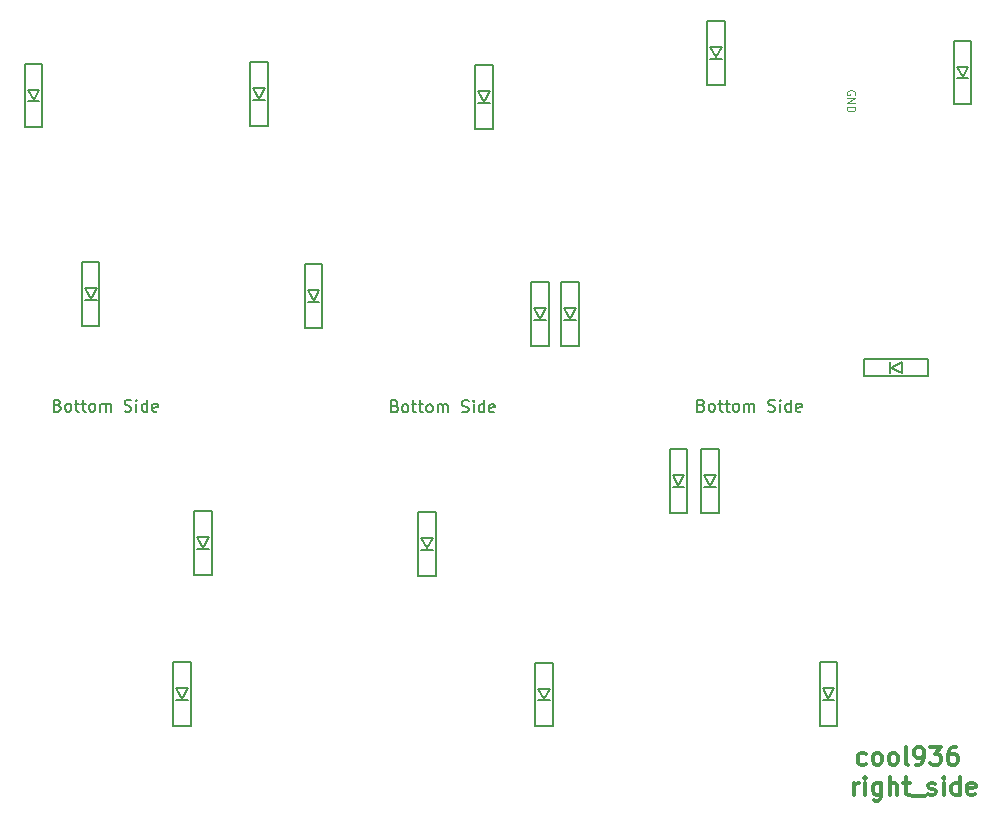
<source format=gbr>
G04 #@! TF.GenerationSoftware,KiCad,Pcbnew,(5.1.6-0-10_14)*
G04 #@! TF.CreationDate,2022-02-21T07:56:40+09:00*
G04 #@! TF.ProjectId,cool936,636f6f6c-3933-4362-9e6b-696361645f70,rev?*
G04 #@! TF.SameCoordinates,Original*
G04 #@! TF.FileFunction,Legend,Top*
G04 #@! TF.FilePolarity,Positive*
%FSLAX46Y46*%
G04 Gerber Fmt 4.6, Leading zero omitted, Abs format (unit mm)*
G04 Created by KiCad (PCBNEW (5.1.6-0-10_14)) date 2022-02-21 07:56:40*
%MOMM*%
%LPD*%
G01*
G04 APERTURE LIST*
%ADD10C,0.300000*%
%ADD11C,0.150000*%
%ADD12C,0.125000*%
G04 APERTURE END LIST*
D10*
X259652857Y-61002142D02*
X259510000Y-61073571D01*
X259224285Y-61073571D01*
X259081428Y-61002142D01*
X259010000Y-60930714D01*
X258938571Y-60787857D01*
X258938571Y-60359285D01*
X259010000Y-60216428D01*
X259081428Y-60145000D01*
X259224285Y-60073571D01*
X259510000Y-60073571D01*
X259652857Y-60145000D01*
X260510000Y-61073571D02*
X260367142Y-61002142D01*
X260295714Y-60930714D01*
X260224285Y-60787857D01*
X260224285Y-60359285D01*
X260295714Y-60216428D01*
X260367142Y-60145000D01*
X260510000Y-60073571D01*
X260724285Y-60073571D01*
X260867142Y-60145000D01*
X260938571Y-60216428D01*
X261010000Y-60359285D01*
X261010000Y-60787857D01*
X260938571Y-60930714D01*
X260867142Y-61002142D01*
X260724285Y-61073571D01*
X260510000Y-61073571D01*
X261867142Y-61073571D02*
X261724285Y-61002142D01*
X261652857Y-60930714D01*
X261581428Y-60787857D01*
X261581428Y-60359285D01*
X261652857Y-60216428D01*
X261724285Y-60145000D01*
X261867142Y-60073571D01*
X262081428Y-60073571D01*
X262224285Y-60145000D01*
X262295714Y-60216428D01*
X262367142Y-60359285D01*
X262367142Y-60787857D01*
X262295714Y-60930714D01*
X262224285Y-61002142D01*
X262081428Y-61073571D01*
X261867142Y-61073571D01*
X263224285Y-61073571D02*
X263081428Y-61002142D01*
X263010000Y-60859285D01*
X263010000Y-59573571D01*
X263867142Y-61073571D02*
X264152857Y-61073571D01*
X264295714Y-61002142D01*
X264367142Y-60930714D01*
X264510000Y-60716428D01*
X264581428Y-60430714D01*
X264581428Y-59859285D01*
X264510000Y-59716428D01*
X264438571Y-59645000D01*
X264295714Y-59573571D01*
X264010000Y-59573571D01*
X263867142Y-59645000D01*
X263795714Y-59716428D01*
X263724285Y-59859285D01*
X263724285Y-60216428D01*
X263795714Y-60359285D01*
X263867142Y-60430714D01*
X264010000Y-60502142D01*
X264295714Y-60502142D01*
X264438571Y-60430714D01*
X264510000Y-60359285D01*
X264581428Y-60216428D01*
X265081428Y-59573571D02*
X266010000Y-59573571D01*
X265510000Y-60145000D01*
X265724285Y-60145000D01*
X265867142Y-60216428D01*
X265938571Y-60287857D01*
X266010000Y-60430714D01*
X266010000Y-60787857D01*
X265938571Y-60930714D01*
X265867142Y-61002142D01*
X265724285Y-61073571D01*
X265295714Y-61073571D01*
X265152857Y-61002142D01*
X265081428Y-60930714D01*
X267295714Y-59573571D02*
X267010000Y-59573571D01*
X266867142Y-59645000D01*
X266795714Y-59716428D01*
X266652857Y-59930714D01*
X266581428Y-60216428D01*
X266581428Y-60787857D01*
X266652857Y-60930714D01*
X266724285Y-61002142D01*
X266867142Y-61073571D01*
X267152857Y-61073571D01*
X267295714Y-61002142D01*
X267367142Y-60930714D01*
X267438571Y-60787857D01*
X267438571Y-60430714D01*
X267367142Y-60287857D01*
X267295714Y-60216428D01*
X267152857Y-60145000D01*
X266867142Y-60145000D01*
X266724285Y-60216428D01*
X266652857Y-60287857D01*
X266581428Y-60430714D01*
X258652857Y-63623571D02*
X258652857Y-62623571D01*
X258652857Y-62909285D02*
X258724285Y-62766428D01*
X258795714Y-62695000D01*
X258938571Y-62623571D01*
X259081428Y-62623571D01*
X259581428Y-63623571D02*
X259581428Y-62623571D01*
X259581428Y-62123571D02*
X259510000Y-62195000D01*
X259581428Y-62266428D01*
X259652857Y-62195000D01*
X259581428Y-62123571D01*
X259581428Y-62266428D01*
X260938571Y-62623571D02*
X260938571Y-63837857D01*
X260867142Y-63980714D01*
X260795714Y-64052142D01*
X260652857Y-64123571D01*
X260438571Y-64123571D01*
X260295714Y-64052142D01*
X260938571Y-63552142D02*
X260795714Y-63623571D01*
X260510000Y-63623571D01*
X260367142Y-63552142D01*
X260295714Y-63480714D01*
X260224285Y-63337857D01*
X260224285Y-62909285D01*
X260295714Y-62766428D01*
X260367142Y-62695000D01*
X260510000Y-62623571D01*
X260795714Y-62623571D01*
X260938571Y-62695000D01*
X261652857Y-63623571D02*
X261652857Y-62123571D01*
X262295714Y-63623571D02*
X262295714Y-62837857D01*
X262224285Y-62695000D01*
X262081428Y-62623571D01*
X261867142Y-62623571D01*
X261724285Y-62695000D01*
X261652857Y-62766428D01*
X262795714Y-62623571D02*
X263367142Y-62623571D01*
X263010000Y-62123571D02*
X263010000Y-63409285D01*
X263081428Y-63552142D01*
X263224285Y-63623571D01*
X263367142Y-63623571D01*
X263510000Y-63766428D02*
X264652857Y-63766428D01*
X264938571Y-63552142D02*
X265081428Y-63623571D01*
X265367142Y-63623571D01*
X265510000Y-63552142D01*
X265581428Y-63409285D01*
X265581428Y-63337857D01*
X265510000Y-63195000D01*
X265367142Y-63123571D01*
X265152857Y-63123571D01*
X265010000Y-63052142D01*
X264938571Y-62909285D01*
X264938571Y-62837857D01*
X265010000Y-62695000D01*
X265152857Y-62623571D01*
X265367142Y-62623571D01*
X265510000Y-62695000D01*
X266224285Y-63623571D02*
X266224285Y-62623571D01*
X266224285Y-62123571D02*
X266152857Y-62195000D01*
X266224285Y-62266428D01*
X266295714Y-62195000D01*
X266224285Y-62123571D01*
X266224285Y-62266428D01*
X267581428Y-63623571D02*
X267581428Y-62123571D01*
X267581428Y-63552142D02*
X267438571Y-63623571D01*
X267152857Y-63623571D01*
X267010000Y-63552142D01*
X266938571Y-63480714D01*
X266867142Y-63337857D01*
X266867142Y-62909285D01*
X266938571Y-62766428D01*
X267010000Y-62695000D01*
X267152857Y-62623571D01*
X267438571Y-62623571D01*
X267581428Y-62695000D01*
X268867142Y-63552142D02*
X268724285Y-63623571D01*
X268438571Y-63623571D01*
X268295714Y-63552142D01*
X268224285Y-63409285D01*
X268224285Y-62837857D01*
X268295714Y-62695000D01*
X268438571Y-62623571D01*
X268724285Y-62623571D01*
X268867142Y-62695000D01*
X268938571Y-62837857D01*
X268938571Y-62980714D01*
X268224285Y-63123571D01*
D11*
X208990000Y-1590000D02*
X207490000Y-1590000D01*
X208990000Y-6990000D02*
X208990000Y-1590000D01*
X207490000Y-6990000D02*
X208990000Y-6990000D01*
X207490000Y-1590000D02*
X207490000Y-6990000D01*
X207740000Y-4790000D02*
X208740000Y-4790000D01*
X208740000Y-3790000D02*
X208240000Y-4690000D01*
X207740000Y-3790000D02*
X208740000Y-3790000D01*
X208240000Y-4690000D02*
X207740000Y-3790000D01*
X228090000Y-1850000D02*
X226590000Y-1850000D01*
X228090000Y-7250000D02*
X228090000Y-1850000D01*
X226590000Y-7250000D02*
X228090000Y-7250000D01*
X226590000Y-1850000D02*
X226590000Y-7250000D01*
X226840000Y-5050000D02*
X227840000Y-5050000D01*
X227840000Y-4050000D02*
X227340000Y-4950000D01*
X226840000Y-4050000D02*
X227840000Y-4050000D01*
X227340000Y-4950000D02*
X226840000Y-4050000D01*
X247730000Y1910000D02*
X246230000Y1910000D01*
X247730000Y-3490000D02*
X247730000Y1910000D01*
X246230000Y-3490000D02*
X247730000Y-3490000D01*
X246230000Y1910000D02*
X246230000Y-3490000D01*
X246480000Y-1290000D02*
X247480000Y-1290000D01*
X247480000Y-290000D02*
X246980000Y-1190000D01*
X246480000Y-290000D02*
X247480000Y-290000D01*
X246980000Y-1190000D02*
X246480000Y-290000D01*
X189930000Y-1720000D02*
X188430000Y-1720000D01*
X189930000Y-7120000D02*
X189930000Y-1720000D01*
X188430000Y-7120000D02*
X189930000Y-7120000D01*
X188430000Y-1720000D02*
X188430000Y-7120000D01*
X188680000Y-4920000D02*
X189680000Y-4920000D01*
X189680000Y-3920000D02*
X189180000Y-4820000D01*
X188680000Y-3920000D02*
X189680000Y-3920000D01*
X189180000Y-4820000D02*
X188680000Y-3920000D01*
X194760000Y-18520000D02*
X193260000Y-18520000D01*
X194760000Y-23920000D02*
X194760000Y-18520000D01*
X193260000Y-23920000D02*
X194760000Y-23920000D01*
X193260000Y-18520000D02*
X193260000Y-23920000D01*
X193510000Y-21720000D02*
X194510000Y-21720000D01*
X194510000Y-20720000D02*
X194010000Y-21620000D01*
X193510000Y-20720000D02*
X194510000Y-20720000D01*
X194010000Y-21620000D02*
X193510000Y-20720000D01*
X213630000Y-18710000D02*
X212130000Y-18710000D01*
X213630000Y-24110000D02*
X213630000Y-18710000D01*
X212130000Y-24110000D02*
X213630000Y-24110000D01*
X212130000Y-18710000D02*
X212130000Y-24110000D01*
X212380000Y-21910000D02*
X213380000Y-21910000D01*
X213380000Y-20910000D02*
X212880000Y-21810000D01*
X212380000Y-20910000D02*
X213380000Y-20910000D01*
X212880000Y-21810000D02*
X212380000Y-20910000D01*
X232830000Y-20240000D02*
X231330000Y-20240000D01*
X232830000Y-25640000D02*
X232830000Y-20240000D01*
X231330000Y-25640000D02*
X232830000Y-25640000D01*
X231330000Y-20240000D02*
X231330000Y-25640000D01*
X231580000Y-23440000D02*
X232580000Y-23440000D01*
X232580000Y-22440000D02*
X232080000Y-23340000D01*
X231580000Y-22440000D02*
X232580000Y-22440000D01*
X232080000Y-23340000D02*
X231580000Y-22440000D01*
X235320000Y-20220000D02*
X233820000Y-20220000D01*
X235320000Y-25620000D02*
X235320000Y-20220000D01*
X233820000Y-25620000D02*
X235320000Y-25620000D01*
X233820000Y-20220000D02*
X233820000Y-25620000D01*
X234070000Y-23420000D02*
X235070000Y-23420000D01*
X235070000Y-22420000D02*
X234570000Y-23320000D01*
X234070000Y-22420000D02*
X235070000Y-22420000D01*
X234570000Y-23320000D02*
X234070000Y-22420000D01*
X264890000Y-28200000D02*
X264890000Y-26700000D01*
X259490000Y-28200000D02*
X264890000Y-28200000D01*
X259490000Y-26700000D02*
X259490000Y-28200000D01*
X264890000Y-26700000D02*
X259490000Y-26700000D01*
X261690000Y-26950000D02*
X261690000Y-27950000D01*
X262690000Y-27950000D02*
X261790000Y-27450000D01*
X262690000Y-26950000D02*
X262690000Y-27950000D01*
X261790000Y-27450000D02*
X262690000Y-26950000D01*
X204250000Y-39640000D02*
X202750000Y-39640000D01*
X204250000Y-45040000D02*
X204250000Y-39640000D01*
X202750000Y-45040000D02*
X204250000Y-45040000D01*
X202750000Y-39640000D02*
X202750000Y-45040000D01*
X203000000Y-42840000D02*
X204000000Y-42840000D01*
X204000000Y-41840000D02*
X203500000Y-42740000D01*
X203000000Y-41840000D02*
X204000000Y-41840000D01*
X203500000Y-42740000D02*
X203000000Y-41840000D01*
X223250000Y-39670000D02*
X221750000Y-39670000D01*
X223250000Y-45070000D02*
X223250000Y-39670000D01*
X221750000Y-45070000D02*
X223250000Y-45070000D01*
X221750000Y-39670000D02*
X221750000Y-45070000D01*
X222000000Y-42870000D02*
X223000000Y-42870000D01*
X223000000Y-41870000D02*
X222500000Y-42770000D01*
X222000000Y-41870000D02*
X223000000Y-41870000D01*
X222500000Y-42770000D02*
X222000000Y-41870000D01*
X244530000Y-34350000D02*
X243030000Y-34350000D01*
X244530000Y-39750000D02*
X244530000Y-34350000D01*
X243030000Y-39750000D02*
X244530000Y-39750000D01*
X243030000Y-34350000D02*
X243030000Y-39750000D01*
X243280000Y-37550000D02*
X244280000Y-37550000D01*
X244280000Y-36550000D02*
X243780000Y-37450000D01*
X243280000Y-36550000D02*
X244280000Y-36550000D01*
X243780000Y-37450000D02*
X243280000Y-36550000D01*
X202510000Y-52390000D02*
X201010000Y-52390000D01*
X202510000Y-57790000D02*
X202510000Y-52390000D01*
X201010000Y-57790000D02*
X202510000Y-57790000D01*
X201010000Y-52390000D02*
X201010000Y-57790000D01*
X201260000Y-55590000D02*
X202260000Y-55590000D01*
X202260000Y-54590000D02*
X201760000Y-55490000D01*
X201260000Y-54590000D02*
X202260000Y-54590000D01*
X201760000Y-55490000D02*
X201260000Y-54590000D01*
X268580000Y220000D02*
X267080000Y220000D01*
X268580000Y-5180000D02*
X268580000Y220000D01*
X267080000Y-5180000D02*
X268580000Y-5180000D01*
X267080000Y220000D02*
X267080000Y-5180000D01*
X267330000Y-2980000D02*
X268330000Y-2980000D01*
X268330000Y-1980000D02*
X267830000Y-2880000D01*
X267330000Y-1980000D02*
X268330000Y-1980000D01*
X267830000Y-2880000D02*
X267330000Y-1980000D01*
X257230000Y-52375000D02*
X255730000Y-52375000D01*
X257230000Y-57775000D02*
X257230000Y-52375000D01*
X255730000Y-57775000D02*
X257230000Y-57775000D01*
X255730000Y-52375000D02*
X255730000Y-57775000D01*
X255980000Y-55575000D02*
X256980000Y-55575000D01*
X256980000Y-54575000D02*
X256480000Y-55475000D01*
X255980000Y-54575000D02*
X256980000Y-54575000D01*
X256480000Y-55475000D02*
X255980000Y-54575000D01*
X247180000Y-34350000D02*
X245680000Y-34350000D01*
X247180000Y-39750000D02*
X247180000Y-34350000D01*
X245680000Y-39750000D02*
X247180000Y-39750000D01*
X245680000Y-34350000D02*
X245680000Y-39750000D01*
X245930000Y-37550000D02*
X246930000Y-37550000D01*
X246930000Y-36550000D02*
X246430000Y-37450000D01*
X245930000Y-36550000D02*
X246930000Y-36550000D01*
X246430000Y-37450000D02*
X245930000Y-36550000D01*
X232390000Y-55540000D02*
X231890000Y-54640000D01*
X231890000Y-54640000D02*
X232890000Y-54640000D01*
X232890000Y-54640000D02*
X232390000Y-55540000D01*
X231890000Y-55640000D02*
X232890000Y-55640000D01*
X231640000Y-52440000D02*
X231640000Y-57840000D01*
X231640000Y-57840000D02*
X233140000Y-57840000D01*
X233140000Y-57840000D02*
X233140000Y-52440000D01*
X233140000Y-52440000D02*
X231640000Y-52440000D01*
X191222380Y-30658571D02*
X191365238Y-30706190D01*
X191412857Y-30753809D01*
X191460476Y-30849047D01*
X191460476Y-30991904D01*
X191412857Y-31087142D01*
X191365238Y-31134761D01*
X191270000Y-31182380D01*
X190889047Y-31182380D01*
X190889047Y-30182380D01*
X191222380Y-30182380D01*
X191317619Y-30230000D01*
X191365238Y-30277619D01*
X191412857Y-30372857D01*
X191412857Y-30468095D01*
X191365238Y-30563333D01*
X191317619Y-30610952D01*
X191222380Y-30658571D01*
X190889047Y-30658571D01*
X192031904Y-31182380D02*
X191936666Y-31134761D01*
X191889047Y-31087142D01*
X191841428Y-30991904D01*
X191841428Y-30706190D01*
X191889047Y-30610952D01*
X191936666Y-30563333D01*
X192031904Y-30515714D01*
X192174761Y-30515714D01*
X192270000Y-30563333D01*
X192317619Y-30610952D01*
X192365238Y-30706190D01*
X192365238Y-30991904D01*
X192317619Y-31087142D01*
X192270000Y-31134761D01*
X192174761Y-31182380D01*
X192031904Y-31182380D01*
X192650952Y-30515714D02*
X193031904Y-30515714D01*
X192793809Y-30182380D02*
X192793809Y-31039523D01*
X192841428Y-31134761D01*
X192936666Y-31182380D01*
X193031904Y-31182380D01*
X193222380Y-30515714D02*
X193603333Y-30515714D01*
X193365238Y-30182380D02*
X193365238Y-31039523D01*
X193412857Y-31134761D01*
X193508095Y-31182380D01*
X193603333Y-31182380D01*
X194079523Y-31182380D02*
X193984285Y-31134761D01*
X193936666Y-31087142D01*
X193889047Y-30991904D01*
X193889047Y-30706190D01*
X193936666Y-30610952D01*
X193984285Y-30563333D01*
X194079523Y-30515714D01*
X194222380Y-30515714D01*
X194317619Y-30563333D01*
X194365238Y-30610952D01*
X194412857Y-30706190D01*
X194412857Y-30991904D01*
X194365238Y-31087142D01*
X194317619Y-31134761D01*
X194222380Y-31182380D01*
X194079523Y-31182380D01*
X194841428Y-31182380D02*
X194841428Y-30515714D01*
X194841428Y-30610952D02*
X194889047Y-30563333D01*
X194984285Y-30515714D01*
X195127142Y-30515714D01*
X195222380Y-30563333D01*
X195270000Y-30658571D01*
X195270000Y-31182380D01*
X195270000Y-30658571D02*
X195317619Y-30563333D01*
X195412857Y-30515714D01*
X195555714Y-30515714D01*
X195650952Y-30563333D01*
X195698571Y-30658571D01*
X195698571Y-31182380D01*
X196889047Y-31134761D02*
X197031904Y-31182380D01*
X197270000Y-31182380D01*
X197365238Y-31134761D01*
X197412857Y-31087142D01*
X197460476Y-30991904D01*
X197460476Y-30896666D01*
X197412857Y-30801428D01*
X197365238Y-30753809D01*
X197270000Y-30706190D01*
X197079523Y-30658571D01*
X196984285Y-30610952D01*
X196936666Y-30563333D01*
X196889047Y-30468095D01*
X196889047Y-30372857D01*
X196936666Y-30277619D01*
X196984285Y-30230000D01*
X197079523Y-30182380D01*
X197317619Y-30182380D01*
X197460476Y-30230000D01*
X197889047Y-31182380D02*
X197889047Y-30515714D01*
X197889047Y-30182380D02*
X197841428Y-30230000D01*
X197889047Y-30277619D01*
X197936666Y-30230000D01*
X197889047Y-30182380D01*
X197889047Y-30277619D01*
X198793809Y-31182380D02*
X198793809Y-30182380D01*
X198793809Y-31134761D02*
X198698571Y-31182380D01*
X198508095Y-31182380D01*
X198412857Y-31134761D01*
X198365238Y-31087142D01*
X198317619Y-30991904D01*
X198317619Y-30706190D01*
X198365238Y-30610952D01*
X198412857Y-30563333D01*
X198508095Y-30515714D01*
X198698571Y-30515714D01*
X198793809Y-30563333D01*
X199650952Y-31134761D02*
X199555714Y-31182380D01*
X199365238Y-31182380D01*
X199270000Y-31134761D01*
X199222380Y-31039523D01*
X199222380Y-30658571D01*
X199270000Y-30563333D01*
X199365238Y-30515714D01*
X199555714Y-30515714D01*
X199650952Y-30563333D01*
X199698571Y-30658571D01*
X199698571Y-30753809D01*
X199222380Y-30849047D01*
X219772380Y-30718571D02*
X219915238Y-30766190D01*
X219962857Y-30813809D01*
X220010476Y-30909047D01*
X220010476Y-31051904D01*
X219962857Y-31147142D01*
X219915238Y-31194761D01*
X219820000Y-31242380D01*
X219439047Y-31242380D01*
X219439047Y-30242380D01*
X219772380Y-30242380D01*
X219867619Y-30290000D01*
X219915238Y-30337619D01*
X219962857Y-30432857D01*
X219962857Y-30528095D01*
X219915238Y-30623333D01*
X219867619Y-30670952D01*
X219772380Y-30718571D01*
X219439047Y-30718571D01*
X220581904Y-31242380D02*
X220486666Y-31194761D01*
X220439047Y-31147142D01*
X220391428Y-31051904D01*
X220391428Y-30766190D01*
X220439047Y-30670952D01*
X220486666Y-30623333D01*
X220581904Y-30575714D01*
X220724761Y-30575714D01*
X220820000Y-30623333D01*
X220867619Y-30670952D01*
X220915238Y-30766190D01*
X220915238Y-31051904D01*
X220867619Y-31147142D01*
X220820000Y-31194761D01*
X220724761Y-31242380D01*
X220581904Y-31242380D01*
X221200952Y-30575714D02*
X221581904Y-30575714D01*
X221343809Y-30242380D02*
X221343809Y-31099523D01*
X221391428Y-31194761D01*
X221486666Y-31242380D01*
X221581904Y-31242380D01*
X221772380Y-30575714D02*
X222153333Y-30575714D01*
X221915238Y-30242380D02*
X221915238Y-31099523D01*
X221962857Y-31194761D01*
X222058095Y-31242380D01*
X222153333Y-31242380D01*
X222629523Y-31242380D02*
X222534285Y-31194761D01*
X222486666Y-31147142D01*
X222439047Y-31051904D01*
X222439047Y-30766190D01*
X222486666Y-30670952D01*
X222534285Y-30623333D01*
X222629523Y-30575714D01*
X222772380Y-30575714D01*
X222867619Y-30623333D01*
X222915238Y-30670952D01*
X222962857Y-30766190D01*
X222962857Y-31051904D01*
X222915238Y-31147142D01*
X222867619Y-31194761D01*
X222772380Y-31242380D01*
X222629523Y-31242380D01*
X223391428Y-31242380D02*
X223391428Y-30575714D01*
X223391428Y-30670952D02*
X223439047Y-30623333D01*
X223534285Y-30575714D01*
X223677142Y-30575714D01*
X223772380Y-30623333D01*
X223820000Y-30718571D01*
X223820000Y-31242380D01*
X223820000Y-30718571D02*
X223867619Y-30623333D01*
X223962857Y-30575714D01*
X224105714Y-30575714D01*
X224200952Y-30623333D01*
X224248571Y-30718571D01*
X224248571Y-31242380D01*
X225439047Y-31194761D02*
X225581904Y-31242380D01*
X225820000Y-31242380D01*
X225915238Y-31194761D01*
X225962857Y-31147142D01*
X226010476Y-31051904D01*
X226010476Y-30956666D01*
X225962857Y-30861428D01*
X225915238Y-30813809D01*
X225820000Y-30766190D01*
X225629523Y-30718571D01*
X225534285Y-30670952D01*
X225486666Y-30623333D01*
X225439047Y-30528095D01*
X225439047Y-30432857D01*
X225486666Y-30337619D01*
X225534285Y-30290000D01*
X225629523Y-30242380D01*
X225867619Y-30242380D01*
X226010476Y-30290000D01*
X226439047Y-31242380D02*
X226439047Y-30575714D01*
X226439047Y-30242380D02*
X226391428Y-30290000D01*
X226439047Y-30337619D01*
X226486666Y-30290000D01*
X226439047Y-30242380D01*
X226439047Y-30337619D01*
X227343809Y-31242380D02*
X227343809Y-30242380D01*
X227343809Y-31194761D02*
X227248571Y-31242380D01*
X227058095Y-31242380D01*
X226962857Y-31194761D01*
X226915238Y-31147142D01*
X226867619Y-31051904D01*
X226867619Y-30766190D01*
X226915238Y-30670952D01*
X226962857Y-30623333D01*
X227058095Y-30575714D01*
X227248571Y-30575714D01*
X227343809Y-30623333D01*
X228200952Y-31194761D02*
X228105714Y-31242380D01*
X227915238Y-31242380D01*
X227820000Y-31194761D01*
X227772380Y-31099523D01*
X227772380Y-30718571D01*
X227820000Y-30623333D01*
X227915238Y-30575714D01*
X228105714Y-30575714D01*
X228200952Y-30623333D01*
X228248571Y-30718571D01*
X228248571Y-30813809D01*
X227772380Y-30909047D01*
X245722380Y-30658571D02*
X245865238Y-30706190D01*
X245912857Y-30753809D01*
X245960476Y-30849047D01*
X245960476Y-30991904D01*
X245912857Y-31087142D01*
X245865238Y-31134761D01*
X245770000Y-31182380D01*
X245389047Y-31182380D01*
X245389047Y-30182380D01*
X245722380Y-30182380D01*
X245817619Y-30230000D01*
X245865238Y-30277619D01*
X245912857Y-30372857D01*
X245912857Y-30468095D01*
X245865238Y-30563333D01*
X245817619Y-30610952D01*
X245722380Y-30658571D01*
X245389047Y-30658571D01*
X246531904Y-31182380D02*
X246436666Y-31134761D01*
X246389047Y-31087142D01*
X246341428Y-30991904D01*
X246341428Y-30706190D01*
X246389047Y-30610952D01*
X246436666Y-30563333D01*
X246531904Y-30515714D01*
X246674761Y-30515714D01*
X246770000Y-30563333D01*
X246817619Y-30610952D01*
X246865238Y-30706190D01*
X246865238Y-30991904D01*
X246817619Y-31087142D01*
X246770000Y-31134761D01*
X246674761Y-31182380D01*
X246531904Y-31182380D01*
X247150952Y-30515714D02*
X247531904Y-30515714D01*
X247293809Y-30182380D02*
X247293809Y-31039523D01*
X247341428Y-31134761D01*
X247436666Y-31182380D01*
X247531904Y-31182380D01*
X247722380Y-30515714D02*
X248103333Y-30515714D01*
X247865238Y-30182380D02*
X247865238Y-31039523D01*
X247912857Y-31134761D01*
X248008095Y-31182380D01*
X248103333Y-31182380D01*
X248579523Y-31182380D02*
X248484285Y-31134761D01*
X248436666Y-31087142D01*
X248389047Y-30991904D01*
X248389047Y-30706190D01*
X248436666Y-30610952D01*
X248484285Y-30563333D01*
X248579523Y-30515714D01*
X248722380Y-30515714D01*
X248817619Y-30563333D01*
X248865238Y-30610952D01*
X248912857Y-30706190D01*
X248912857Y-30991904D01*
X248865238Y-31087142D01*
X248817619Y-31134761D01*
X248722380Y-31182380D01*
X248579523Y-31182380D01*
X249341428Y-31182380D02*
X249341428Y-30515714D01*
X249341428Y-30610952D02*
X249389047Y-30563333D01*
X249484285Y-30515714D01*
X249627142Y-30515714D01*
X249722380Y-30563333D01*
X249770000Y-30658571D01*
X249770000Y-31182380D01*
X249770000Y-30658571D02*
X249817619Y-30563333D01*
X249912857Y-30515714D01*
X250055714Y-30515714D01*
X250150952Y-30563333D01*
X250198571Y-30658571D01*
X250198571Y-31182380D01*
X251389047Y-31134761D02*
X251531904Y-31182380D01*
X251770000Y-31182380D01*
X251865238Y-31134761D01*
X251912857Y-31087142D01*
X251960476Y-30991904D01*
X251960476Y-30896666D01*
X251912857Y-30801428D01*
X251865238Y-30753809D01*
X251770000Y-30706190D01*
X251579523Y-30658571D01*
X251484285Y-30610952D01*
X251436666Y-30563333D01*
X251389047Y-30468095D01*
X251389047Y-30372857D01*
X251436666Y-30277619D01*
X251484285Y-30230000D01*
X251579523Y-30182380D01*
X251817619Y-30182380D01*
X251960476Y-30230000D01*
X252389047Y-31182380D02*
X252389047Y-30515714D01*
X252389047Y-30182380D02*
X252341428Y-30230000D01*
X252389047Y-30277619D01*
X252436666Y-30230000D01*
X252389047Y-30182380D01*
X252389047Y-30277619D01*
X253293809Y-31182380D02*
X253293809Y-30182380D01*
X253293809Y-31134761D02*
X253198571Y-31182380D01*
X253008095Y-31182380D01*
X252912857Y-31134761D01*
X252865238Y-31087142D01*
X252817619Y-30991904D01*
X252817619Y-30706190D01*
X252865238Y-30610952D01*
X252912857Y-30563333D01*
X253008095Y-30515714D01*
X253198571Y-30515714D01*
X253293809Y-30563333D01*
X254150952Y-31134761D02*
X254055714Y-31182380D01*
X253865238Y-31182380D01*
X253770000Y-31134761D01*
X253722380Y-31039523D01*
X253722380Y-30658571D01*
X253770000Y-30563333D01*
X253865238Y-30515714D01*
X254055714Y-30515714D01*
X254150952Y-30563333D01*
X254198571Y-30658571D01*
X254198571Y-30753809D01*
X253722380Y-30849047D01*
D12*
X258725000Y-4354523D02*
X258760714Y-4290714D01*
X258760714Y-4195000D01*
X258725000Y-4099285D01*
X258653571Y-4035476D01*
X258582142Y-4003571D01*
X258439285Y-3971666D01*
X258332142Y-3971666D01*
X258189285Y-4003571D01*
X258117857Y-4035476D01*
X258046428Y-4099285D01*
X258010714Y-4195000D01*
X258010714Y-4258809D01*
X258046428Y-4354523D01*
X258082142Y-4386428D01*
X258332142Y-4386428D01*
X258332142Y-4258809D01*
X258010714Y-4673571D02*
X258760714Y-4673571D01*
X258010714Y-5056428D01*
X258760714Y-5056428D01*
X258010714Y-5375476D02*
X258760714Y-5375476D01*
X258760714Y-5535000D01*
X258725000Y-5630714D01*
X258653571Y-5694523D01*
X258582142Y-5726428D01*
X258439285Y-5758333D01*
X258332142Y-5758333D01*
X258189285Y-5726428D01*
X258117857Y-5694523D01*
X258046428Y-5630714D01*
X258010714Y-5535000D01*
X258010714Y-5375476D01*
M02*

</source>
